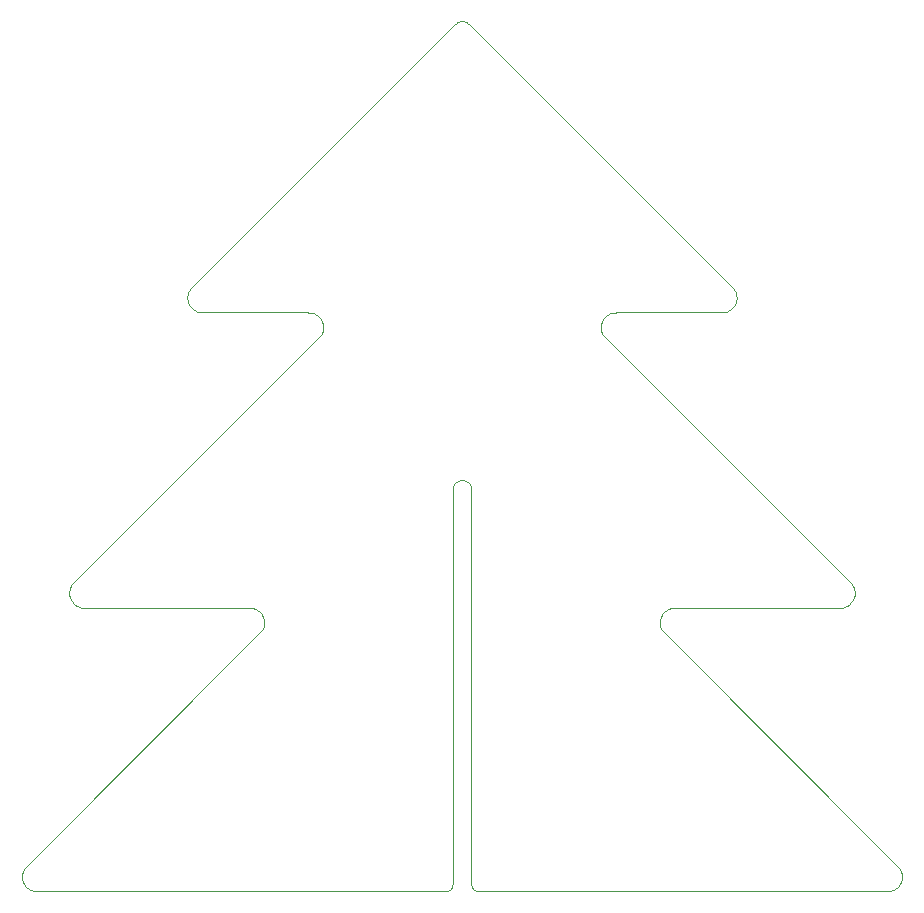
<source format=gm1>
G75*
G70*
%OFA0B0*%
%FSLAX24Y24*%
%IPPOS*%
%LPD*%
%AMOC8*
5,1,8,0,0,1.08239X$1,22.5*
%
%ADD10C,0.0000*%
D10*
X000910Y000352D02*
X014532Y000352D01*
X014533Y000352D02*
X014561Y000353D01*
X014589Y000358D01*
X014616Y000366D01*
X014642Y000378D01*
X014666Y000392D01*
X014689Y000409D01*
X014709Y000429D01*
X014726Y000451D01*
X014741Y000475D01*
X014753Y000501D01*
X014762Y000528D01*
X014767Y000556D01*
X014769Y000584D01*
X014769Y013738D01*
X014771Y013772D01*
X014776Y013806D01*
X014785Y013839D01*
X014798Y013870D01*
X014814Y013900D01*
X014833Y013929D01*
X014855Y013955D01*
X014880Y013978D01*
X014907Y013999D01*
X014936Y014016D01*
X014967Y014031D01*
X015000Y014042D01*
X015033Y014049D01*
X015067Y014053D01*
X015101Y014053D01*
X015135Y014049D01*
X015168Y014042D01*
X015201Y014031D01*
X015232Y014016D01*
X015261Y013999D01*
X015288Y013978D01*
X015313Y013955D01*
X015335Y013929D01*
X015354Y013900D01*
X015370Y013870D01*
X015383Y013839D01*
X015392Y013806D01*
X015397Y013772D01*
X015399Y013738D01*
X015399Y000584D01*
X015401Y000556D01*
X015406Y000528D01*
X015415Y000501D01*
X015427Y000475D01*
X015442Y000451D01*
X015459Y000429D01*
X015479Y000409D01*
X015502Y000392D01*
X015526Y000378D01*
X015552Y000366D01*
X015579Y000358D01*
X015607Y000353D01*
X015635Y000352D01*
X029257Y000352D01*
X029301Y000354D01*
X029344Y000360D01*
X029386Y000369D01*
X029428Y000383D01*
X029468Y000399D01*
X029506Y000420D01*
X029543Y000444D01*
X029577Y000470D01*
X029609Y000500D01*
X029638Y000533D01*
X029664Y000568D01*
X029687Y000605D01*
X029706Y000644D01*
X029722Y000684D01*
X029735Y000726D01*
X029743Y000769D01*
X029748Y000812D01*
X029749Y000856D01*
X029746Y000899D01*
X029739Y000942D01*
X029729Y000984D01*
X029714Y001025D01*
X029696Y001065D01*
X029675Y001103D01*
X029651Y001139D01*
X029650Y001140D02*
X021776Y009014D01*
X021752Y009050D01*
X021731Y009088D01*
X021713Y009128D01*
X021698Y009169D01*
X021688Y009211D01*
X021681Y009254D01*
X021678Y009297D01*
X021679Y009341D01*
X021684Y009384D01*
X021692Y009427D01*
X021705Y009469D01*
X021721Y009509D01*
X021740Y009548D01*
X021763Y009585D01*
X021789Y009620D01*
X021818Y009653D01*
X021850Y009683D01*
X021884Y009709D01*
X021921Y009733D01*
X021959Y009754D01*
X021999Y009770D01*
X022041Y009784D01*
X022083Y009793D01*
X022126Y009799D01*
X022170Y009801D01*
X027682Y009801D01*
X027726Y009803D01*
X027769Y009809D01*
X027811Y009818D01*
X027853Y009832D01*
X027893Y009848D01*
X027931Y009869D01*
X027968Y009893D01*
X028002Y009919D01*
X028034Y009949D01*
X028063Y009982D01*
X028089Y010017D01*
X028112Y010054D01*
X028131Y010093D01*
X028147Y010133D01*
X028160Y010175D01*
X028168Y010218D01*
X028173Y010261D01*
X028174Y010305D01*
X028171Y010348D01*
X028164Y010391D01*
X028154Y010433D01*
X028139Y010474D01*
X028121Y010514D01*
X028100Y010552D01*
X028076Y010588D01*
X019808Y018856D01*
X019784Y018892D01*
X019763Y018930D01*
X019745Y018970D01*
X019730Y019011D01*
X019720Y019053D01*
X019713Y019096D01*
X019710Y019139D01*
X019711Y019183D01*
X019716Y019226D01*
X019724Y019269D01*
X019737Y019311D01*
X019753Y019351D01*
X019772Y019390D01*
X019795Y019427D01*
X019821Y019462D01*
X019850Y019495D01*
X019882Y019525D01*
X019916Y019551D01*
X019953Y019575D01*
X019991Y019596D01*
X020031Y019612D01*
X020073Y019626D01*
X020115Y019635D01*
X020158Y019641D01*
X020202Y019643D01*
X020202Y019644D02*
X023745Y019644D01*
X023789Y019646D01*
X023832Y019652D01*
X023874Y019661D01*
X023916Y019675D01*
X023956Y019691D01*
X023994Y019712D01*
X024031Y019736D01*
X024065Y019762D01*
X024097Y019792D01*
X024126Y019825D01*
X024152Y019860D01*
X024175Y019897D01*
X024194Y019936D01*
X024210Y019976D01*
X024223Y020018D01*
X024231Y020061D01*
X024236Y020104D01*
X024237Y020148D01*
X024234Y020191D01*
X024227Y020234D01*
X024217Y020276D01*
X024202Y020317D01*
X024184Y020357D01*
X024163Y020395D01*
X024139Y020431D01*
X015320Y029250D01*
X015294Y029274D01*
X015266Y029294D01*
X015236Y029312D01*
X015204Y029326D01*
X015170Y029337D01*
X015136Y029344D01*
X015101Y029348D01*
X015067Y029348D01*
X015032Y029344D01*
X014998Y029337D01*
X014964Y029326D01*
X014932Y029312D01*
X014902Y029294D01*
X014874Y029274D01*
X014848Y029250D01*
X014847Y029250D02*
X006028Y020431D01*
X006004Y020395D01*
X005983Y020357D01*
X005965Y020317D01*
X005950Y020276D01*
X005940Y020234D01*
X005933Y020191D01*
X005930Y020148D01*
X005931Y020104D01*
X005936Y020061D01*
X005944Y020018D01*
X005957Y019976D01*
X005973Y019936D01*
X005992Y019897D01*
X006015Y019860D01*
X006041Y019825D01*
X006070Y019792D01*
X006102Y019762D01*
X006136Y019736D01*
X006173Y019712D01*
X006211Y019691D01*
X006251Y019675D01*
X006293Y019661D01*
X006335Y019652D01*
X006378Y019646D01*
X006422Y019644D01*
X009965Y019644D01*
X009965Y019643D02*
X010009Y019641D01*
X010052Y019635D01*
X010094Y019626D01*
X010136Y019612D01*
X010176Y019596D01*
X010214Y019575D01*
X010251Y019551D01*
X010285Y019525D01*
X010317Y019495D01*
X010346Y019462D01*
X010372Y019427D01*
X010395Y019390D01*
X010414Y019351D01*
X010430Y019311D01*
X010443Y019269D01*
X010451Y019226D01*
X010456Y019183D01*
X010457Y019139D01*
X010454Y019096D01*
X010447Y019053D01*
X010437Y019011D01*
X010422Y018970D01*
X010404Y018930D01*
X010383Y018892D01*
X010359Y018856D01*
X002091Y010588D01*
X002067Y010552D01*
X002046Y010514D01*
X002028Y010474D01*
X002013Y010433D01*
X002003Y010391D01*
X001996Y010348D01*
X001993Y010305D01*
X001994Y010261D01*
X001999Y010218D01*
X002007Y010175D01*
X002020Y010133D01*
X002036Y010093D01*
X002055Y010054D01*
X002078Y010017D01*
X002104Y009982D01*
X002133Y009949D01*
X002165Y009919D01*
X002199Y009893D01*
X002236Y009869D01*
X002274Y009848D01*
X002314Y009832D01*
X002356Y009818D01*
X002398Y009809D01*
X002441Y009803D01*
X002485Y009801D01*
X007997Y009801D01*
X008041Y009799D01*
X008084Y009793D01*
X008126Y009784D01*
X008168Y009770D01*
X008208Y009754D01*
X008246Y009733D01*
X008283Y009709D01*
X008317Y009683D01*
X008349Y009653D01*
X008378Y009620D01*
X008404Y009585D01*
X008427Y009548D01*
X008446Y009509D01*
X008462Y009469D01*
X008475Y009427D01*
X008483Y009384D01*
X008488Y009341D01*
X008489Y009297D01*
X008486Y009254D01*
X008479Y009211D01*
X008469Y009169D01*
X008454Y009128D01*
X008436Y009088D01*
X008415Y009050D01*
X008391Y009014D01*
X000517Y001140D01*
X000516Y001139D02*
X000492Y001103D01*
X000471Y001065D01*
X000453Y001025D01*
X000438Y000984D01*
X000428Y000942D01*
X000421Y000899D01*
X000418Y000856D01*
X000419Y000812D01*
X000424Y000769D01*
X000432Y000726D01*
X000445Y000684D01*
X000461Y000644D01*
X000480Y000605D01*
X000503Y000568D01*
X000529Y000533D01*
X000558Y000500D01*
X000590Y000470D01*
X000624Y000444D01*
X000661Y000420D01*
X000699Y000399D01*
X000739Y000383D01*
X000781Y000369D01*
X000823Y000360D01*
X000866Y000354D01*
X000910Y000352D01*
M02*

</source>
